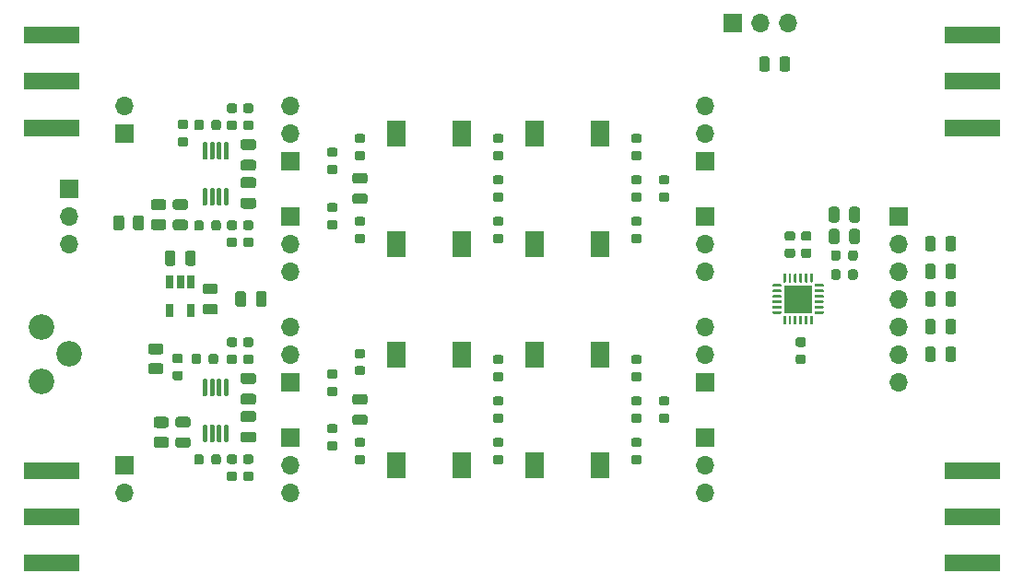
<source format=gbr>
%TF.GenerationSoftware,KiCad,Pcbnew,(5.1.8)-1*%
%TF.CreationDate,2020-12-12T14:46:25+01:00*%
%TF.ProjectId,ltc5599-test-pcb,6c746335-3539-4392-9d74-6573742d7063,rev?*%
%TF.SameCoordinates,Original*%
%TF.FileFunction,Soldermask,Top*%
%TF.FilePolarity,Negative*%
%FSLAX46Y46*%
G04 Gerber Fmt 4.6, Leading zero omitted, Abs format (unit mm)*
G04 Created by KiCad (PCBNEW (5.1.8)-1) date 2020-12-12 14:46:25*
%MOMM*%
%LPD*%
G01*
G04 APERTURE LIST*
%ADD10R,0.650000X1.220000*%
%ADD11C,2.340000*%
%ADD12O,1.700000X1.700000*%
%ADD13R,1.700000X1.700000*%
%ADD14R,1.800000X2.400000*%
%ADD15R,2.600000X2.600000*%
%ADD16R,5.080000X1.500000*%
G04 APERTURE END LIST*
%TO.C,C4*%
G36*
G01*
X114581250Y-95990000D02*
X113668750Y-95990000D01*
G75*
G02*
X113425000Y-95746250I0J243750D01*
G01*
X113425000Y-95258750D01*
G75*
G02*
X113668750Y-95015000I243750J0D01*
G01*
X114581250Y-95015000D01*
G75*
G02*
X114825000Y-95258750I0J-243750D01*
G01*
X114825000Y-95746250D01*
G75*
G02*
X114581250Y-95990000I-243750J0D01*
G01*
G37*
G36*
G01*
X114581250Y-97865000D02*
X113668750Y-97865000D01*
G75*
G02*
X113425000Y-97621250I0J243750D01*
G01*
X113425000Y-97133750D01*
G75*
G02*
X113668750Y-96890000I243750J0D01*
G01*
X114581250Y-96890000D01*
G75*
G02*
X114825000Y-97133750I0J-243750D01*
G01*
X114825000Y-97621250D01*
G75*
G02*
X114581250Y-97865000I-243750J0D01*
G01*
G37*
%TD*%
D10*
%TO.C,U1*%
X112325000Y-94880000D03*
X111375000Y-94880000D03*
X110425000Y-94880000D03*
X110425000Y-97500000D03*
X112325000Y-97500000D03*
%TD*%
D11*
%TO.C,RV101*%
X98665000Y-98980000D03*
X101165000Y-101480000D03*
X98665000Y-103980000D03*
%TD*%
D12*
%TO.C,J103*%
X101205000Y-91360000D03*
X101205000Y-88820000D03*
D13*
X101205000Y-86280000D03*
%TD*%
%TO.C,R101*%
G36*
G01*
X105200000Y-89890001D02*
X105200000Y-88989999D01*
G75*
G02*
X105449999Y-88740000I249999J0D01*
G01*
X105975001Y-88740000D01*
G75*
G02*
X106225000Y-88989999I0J-249999D01*
G01*
X106225000Y-89890001D01*
G75*
G02*
X105975001Y-90140000I-249999J0D01*
G01*
X105449999Y-90140000D01*
G75*
G02*
X105200000Y-89890001I0J249999D01*
G01*
G37*
G36*
G01*
X107025000Y-89890001D02*
X107025000Y-88989999D01*
G75*
G02*
X107274999Y-88740000I249999J0D01*
G01*
X107800001Y-88740000D01*
G75*
G02*
X108050000Y-88989999I0J-249999D01*
G01*
X108050000Y-89890001D01*
G75*
G02*
X107800001Y-90140000I-249999J0D01*
G01*
X107274999Y-90140000D01*
G75*
G02*
X107025000Y-89890001I0J249999D01*
G01*
G37*
%TD*%
%TO.C,C1*%
G36*
G01*
X109950000Y-93146250D02*
X109950000Y-92233750D01*
G75*
G02*
X110193750Y-91990000I243750J0D01*
G01*
X110681250Y-91990000D01*
G75*
G02*
X110925000Y-92233750I0J-243750D01*
G01*
X110925000Y-93146250D01*
G75*
G02*
X110681250Y-93390000I-243750J0D01*
G01*
X110193750Y-93390000D01*
G75*
G02*
X109950000Y-93146250I0J243750D01*
G01*
G37*
G36*
G01*
X111825000Y-93146250D02*
X111825000Y-92233750D01*
G75*
G02*
X112068750Y-91990000I243750J0D01*
G01*
X112556250Y-91990000D01*
G75*
G02*
X112800000Y-92233750I0J-243750D01*
G01*
X112800000Y-93146250D01*
G75*
G02*
X112556250Y-93390000I-243750J0D01*
G01*
X112068750Y-93390000D01*
G75*
G02*
X111825000Y-93146250I0J243750D01*
G01*
G37*
%TD*%
%TO.C,J1*%
X106285000Y-81200000D03*
D12*
X106285000Y-78660000D03*
%TD*%
%TO.C,R6*%
G36*
G01*
X111381250Y-103915000D02*
X110868750Y-103915000D01*
G75*
G02*
X110650000Y-103696250I0J218750D01*
G01*
X110650000Y-103258750D01*
G75*
G02*
X110868750Y-103040000I218750J0D01*
G01*
X111381250Y-103040000D01*
G75*
G02*
X111600000Y-103258750I0J-218750D01*
G01*
X111600000Y-103696250D01*
G75*
G02*
X111381250Y-103915000I-218750J0D01*
G01*
G37*
G36*
G01*
X111381250Y-102340000D02*
X110868750Y-102340000D01*
G75*
G02*
X110650000Y-102121250I0J218750D01*
G01*
X110650000Y-101683750D01*
G75*
G02*
X110868750Y-101465000I218750J0D01*
G01*
X111381250Y-101465000D01*
G75*
G02*
X111600000Y-101683750I0J-218750D01*
G01*
X111600000Y-102121250D01*
G75*
G02*
X111381250Y-102340000I-218750J0D01*
G01*
G37*
%TD*%
%TO.C,C107*%
G36*
G01*
X118100000Y-104240000D02*
X117150000Y-104240000D01*
G75*
G02*
X116900000Y-103990000I0J250000D01*
G01*
X116900000Y-103490000D01*
G75*
G02*
X117150000Y-103240000I250000J0D01*
G01*
X118100000Y-103240000D01*
G75*
G02*
X118350000Y-103490000I0J-250000D01*
G01*
X118350000Y-103990000D01*
G75*
G02*
X118100000Y-104240000I-250000J0D01*
G01*
G37*
G36*
G01*
X118100000Y-106140000D02*
X117150000Y-106140000D01*
G75*
G02*
X116900000Y-105890000I0J250000D01*
G01*
X116900000Y-105390000D01*
G75*
G02*
X117150000Y-105140000I250000J0D01*
G01*
X118100000Y-105140000D01*
G75*
G02*
X118350000Y-105390000I0J-250000D01*
G01*
X118350000Y-105890000D01*
G75*
G02*
X118100000Y-106140000I-250000J0D01*
G01*
G37*
%TD*%
%TO.C,C106*%
G36*
G01*
X118100000Y-82740000D02*
X117150000Y-82740000D01*
G75*
G02*
X116900000Y-82490000I0J250000D01*
G01*
X116900000Y-81990000D01*
G75*
G02*
X117150000Y-81740000I250000J0D01*
G01*
X118100000Y-81740000D01*
G75*
G02*
X118350000Y-81990000I0J-250000D01*
G01*
X118350000Y-82490000D01*
G75*
G02*
X118100000Y-82740000I-250000J0D01*
G01*
G37*
G36*
G01*
X118100000Y-84640000D02*
X117150000Y-84640000D01*
G75*
G02*
X116900000Y-84390000I0J250000D01*
G01*
X116900000Y-83890000D01*
G75*
G02*
X117150000Y-83640000I250000J0D01*
G01*
X118100000Y-83640000D01*
G75*
G02*
X118350000Y-83890000I0J-250000D01*
G01*
X118350000Y-84390000D01*
G75*
G02*
X118100000Y-84640000I-250000J0D01*
G01*
G37*
%TD*%
%TO.C,R104*%
G36*
G01*
X110075001Y-108290000D02*
X109174999Y-108290000D01*
G75*
G02*
X108925000Y-108040001I0J249999D01*
G01*
X108925000Y-107514999D01*
G75*
G02*
X109174999Y-107265000I249999J0D01*
G01*
X110075001Y-107265000D01*
G75*
G02*
X110325000Y-107514999I0J-249999D01*
G01*
X110325000Y-108040001D01*
G75*
G02*
X110075001Y-108290000I-249999J0D01*
G01*
G37*
G36*
G01*
X110075001Y-110115000D02*
X109174999Y-110115000D01*
G75*
G02*
X108925000Y-109865001I0J249999D01*
G01*
X108925000Y-109339999D01*
G75*
G02*
X109174999Y-109090000I249999J0D01*
G01*
X110075001Y-109090000D01*
G75*
G02*
X110325000Y-109339999I0J-249999D01*
G01*
X110325000Y-109865001D01*
G75*
G02*
X110075001Y-110115000I-249999J0D01*
G01*
G37*
%TD*%
%TO.C,R103*%
G36*
G01*
X108674999Y-100515000D02*
X109575001Y-100515000D01*
G75*
G02*
X109825000Y-100764999I0J-249999D01*
G01*
X109825000Y-101290001D01*
G75*
G02*
X109575001Y-101540000I-249999J0D01*
G01*
X108674999Y-101540000D01*
G75*
G02*
X108425000Y-101290001I0J249999D01*
G01*
X108425000Y-100764999D01*
G75*
G02*
X108674999Y-100515000I249999J0D01*
G01*
G37*
G36*
G01*
X108674999Y-102340000D02*
X109575001Y-102340000D01*
G75*
G02*
X109825000Y-102589999I0J-249999D01*
G01*
X109825000Y-103115001D01*
G75*
G02*
X109575001Y-103365000I-249999J0D01*
G01*
X108674999Y-103365000D01*
G75*
G02*
X108425000Y-103115001I0J249999D01*
G01*
X108425000Y-102589999D01*
G75*
G02*
X108674999Y-102340000I249999J0D01*
G01*
G37*
%TD*%
%TO.C,R102*%
G36*
G01*
X109825001Y-88290000D02*
X108924999Y-88290000D01*
G75*
G02*
X108675000Y-88040001I0J249999D01*
G01*
X108675000Y-87514999D01*
G75*
G02*
X108924999Y-87265000I249999J0D01*
G01*
X109825001Y-87265000D01*
G75*
G02*
X110075000Y-87514999I0J-249999D01*
G01*
X110075000Y-88040001D01*
G75*
G02*
X109825001Y-88290000I-249999J0D01*
G01*
G37*
G36*
G01*
X109825001Y-90115000D02*
X108924999Y-90115000D01*
G75*
G02*
X108675000Y-89865001I0J249999D01*
G01*
X108675000Y-89339999D01*
G75*
G02*
X108924999Y-89090000I249999J0D01*
G01*
X109825001Y-89090000D01*
G75*
G02*
X110075000Y-89339999I0J-249999D01*
G01*
X110075000Y-89865001D01*
G75*
G02*
X109825001Y-90115000I-249999J0D01*
G01*
G37*
%TD*%
%TO.C,C103*%
G36*
G01*
X117150000Y-108640000D02*
X118100000Y-108640000D01*
G75*
G02*
X118350000Y-108890000I0J-250000D01*
G01*
X118350000Y-109390000D01*
G75*
G02*
X118100000Y-109640000I-250000J0D01*
G01*
X117150000Y-109640000D01*
G75*
G02*
X116900000Y-109390000I0J250000D01*
G01*
X116900000Y-108890000D01*
G75*
G02*
X117150000Y-108640000I250000J0D01*
G01*
G37*
G36*
G01*
X117150000Y-106740000D02*
X118100000Y-106740000D01*
G75*
G02*
X118350000Y-106990000I0J-250000D01*
G01*
X118350000Y-107490000D01*
G75*
G02*
X118100000Y-107740000I-250000J0D01*
G01*
X117150000Y-107740000D01*
G75*
G02*
X116900000Y-107490000I0J250000D01*
G01*
X116900000Y-106990000D01*
G75*
G02*
X117150000Y-106740000I250000J0D01*
G01*
G37*
%TD*%
%TO.C,C105*%
G36*
G01*
X172825000Y-89165000D02*
X172825000Y-88215000D01*
G75*
G02*
X173075000Y-87965000I250000J0D01*
G01*
X173575000Y-87965000D01*
G75*
G02*
X173825000Y-88215000I0J-250000D01*
G01*
X173825000Y-89165000D01*
G75*
G02*
X173575000Y-89415000I-250000J0D01*
G01*
X173075000Y-89415000D01*
G75*
G02*
X172825000Y-89165000I0J250000D01*
G01*
G37*
G36*
G01*
X170925000Y-89165000D02*
X170925000Y-88215000D01*
G75*
G02*
X171175000Y-87965000I250000J0D01*
G01*
X171675000Y-87965000D01*
G75*
G02*
X171925000Y-88215000I0J-250000D01*
G01*
X171925000Y-89165000D01*
G75*
G02*
X171675000Y-89415000I-250000J0D01*
G01*
X171175000Y-89415000D01*
G75*
G02*
X170925000Y-89165000I0J250000D01*
G01*
G37*
%TD*%
%TO.C,C102*%
G36*
G01*
X117150000Y-87140000D02*
X118100000Y-87140000D01*
G75*
G02*
X118350000Y-87390000I0J-250000D01*
G01*
X118350000Y-87890000D01*
G75*
G02*
X118100000Y-88140000I-250000J0D01*
G01*
X117150000Y-88140000D01*
G75*
G02*
X116900000Y-87890000I0J250000D01*
G01*
X116900000Y-87390000D01*
G75*
G02*
X117150000Y-87140000I250000J0D01*
G01*
G37*
G36*
G01*
X117150000Y-85240000D02*
X118100000Y-85240000D01*
G75*
G02*
X118350000Y-85490000I0J-250000D01*
G01*
X118350000Y-85990000D01*
G75*
G02*
X118100000Y-86240000I-250000J0D01*
G01*
X117150000Y-86240000D01*
G75*
G02*
X116900000Y-85990000I0J250000D01*
G01*
X116900000Y-85490000D01*
G75*
G02*
X117150000Y-85240000I250000J0D01*
G01*
G37*
%TD*%
%TO.C,C101*%
G36*
G01*
X117425000Y-95965000D02*
X117425000Y-96915000D01*
G75*
G02*
X117175000Y-97165000I-250000J0D01*
G01*
X116675000Y-97165000D01*
G75*
G02*
X116425000Y-96915000I0J250000D01*
G01*
X116425000Y-95965000D01*
G75*
G02*
X116675000Y-95715000I250000J0D01*
G01*
X117175000Y-95715000D01*
G75*
G02*
X117425000Y-95965000I0J-250000D01*
G01*
G37*
G36*
G01*
X119325000Y-95965000D02*
X119325000Y-96915000D01*
G75*
G02*
X119075000Y-97165000I-250000J0D01*
G01*
X118575000Y-97165000D01*
G75*
G02*
X118325000Y-96915000I0J250000D01*
G01*
X118325000Y-95965000D01*
G75*
G02*
X118575000Y-95715000I250000J0D01*
G01*
X119075000Y-95715000D01*
G75*
G02*
X119325000Y-95965000I0J-250000D01*
G01*
G37*
%TD*%
%TO.C,J102*%
X167245000Y-71040000D03*
X164705000Y-71040000D03*
D13*
X162165000Y-71040000D03*
%TD*%
D12*
%TO.C,J101*%
X177405000Y-104060000D03*
X177405000Y-101520000D03*
X177405000Y-98980000D03*
X177405000Y-96440000D03*
X177405000Y-93900000D03*
X177405000Y-91360000D03*
D13*
X177405000Y-88820000D03*
%TD*%
%TO.C,J3*%
X106285000Y-111680000D03*
D12*
X106285000Y-114220000D03*
%TD*%
D14*
%TO.C,L3*%
X131225000Y-111680000D03*
X137225000Y-111680000D03*
%TD*%
%TO.C,L4*%
X131225000Y-101520000D03*
X137225000Y-101520000D03*
%TD*%
%TO.C,L1*%
X131225000Y-91360000D03*
X137225000Y-91360000D03*
%TD*%
%TO.C,L2*%
X131225000Y-81200000D03*
X137225000Y-81200000D03*
%TD*%
%TO.C,L8*%
X143925000Y-101520000D03*
X149925000Y-101520000D03*
%TD*%
%TO.C,L6*%
X143925000Y-81200000D03*
X149925000Y-81200000D03*
%TD*%
%TO.C,L7*%
X143925000Y-111680000D03*
X149925000Y-111680000D03*
%TD*%
%TO.C,L5*%
X143925000Y-91360000D03*
X149925000Y-91360000D03*
%TD*%
%TO.C,R10*%
G36*
G01*
X114850000Y-101683750D02*
X114850000Y-102196250D01*
G75*
G02*
X114631250Y-102415000I-218750J0D01*
G01*
X114193750Y-102415000D01*
G75*
G02*
X113975000Y-102196250I0J218750D01*
G01*
X113975000Y-101683750D01*
G75*
G02*
X114193750Y-101465000I218750J0D01*
G01*
X114631250Y-101465000D01*
G75*
G02*
X114850000Y-101683750I0J-218750D01*
G01*
G37*
G36*
G01*
X113275000Y-101683750D02*
X113275000Y-102196250D01*
G75*
G02*
X113056250Y-102415000I-218750J0D01*
G01*
X112618750Y-102415000D01*
G75*
G02*
X112400000Y-102196250I0J218750D01*
G01*
X112400000Y-101683750D01*
G75*
G02*
X112618750Y-101465000I218750J0D01*
G01*
X113056250Y-101465000D01*
G75*
G02*
X113275000Y-101683750I0J-218750D01*
G01*
G37*
%TD*%
%TO.C,R18*%
G36*
G01*
X125591250Y-103790000D02*
X125078750Y-103790000D01*
G75*
G02*
X124860000Y-103571250I0J218750D01*
G01*
X124860000Y-103133750D01*
G75*
G02*
X125078750Y-102915000I218750J0D01*
G01*
X125591250Y-102915000D01*
G75*
G02*
X125810000Y-103133750I0J-218750D01*
G01*
X125810000Y-103571250D01*
G75*
G02*
X125591250Y-103790000I-218750J0D01*
G01*
G37*
G36*
G01*
X125591250Y-105365000D02*
X125078750Y-105365000D01*
G75*
G02*
X124860000Y-105146250I0J218750D01*
G01*
X124860000Y-104708750D01*
G75*
G02*
X125078750Y-104490000I218750J0D01*
G01*
X125591250Y-104490000D01*
G75*
G02*
X125810000Y-104708750I0J-218750D01*
G01*
X125810000Y-105146250D01*
G75*
G02*
X125591250Y-105365000I-218750J0D01*
G01*
G37*
%TD*%
%TO.C,C10*%
G36*
G01*
X128331250Y-85830000D02*
X127418750Y-85830000D01*
G75*
G02*
X127175000Y-85586250I0J243750D01*
G01*
X127175000Y-85098750D01*
G75*
G02*
X127418750Y-84855000I243750J0D01*
G01*
X128331250Y-84855000D01*
G75*
G02*
X128575000Y-85098750I0J-243750D01*
G01*
X128575000Y-85586250D01*
G75*
G02*
X128331250Y-85830000I-243750J0D01*
G01*
G37*
G36*
G01*
X128331250Y-87705000D02*
X127418750Y-87705000D01*
G75*
G02*
X127175000Y-87461250I0J243750D01*
G01*
X127175000Y-86973750D01*
G75*
G02*
X127418750Y-86730000I243750J0D01*
G01*
X128331250Y-86730000D01*
G75*
G02*
X128575000Y-86973750I0J-243750D01*
G01*
X128575000Y-87461250D01*
G75*
G02*
X128331250Y-87705000I-243750J0D01*
G01*
G37*
%TD*%
%TO.C,U4*%
G36*
G01*
X169312500Y-94090000D02*
X169437500Y-94090000D01*
G75*
G02*
X169500000Y-94152500I0J-62500D01*
G01*
X169500000Y-94852500D01*
G75*
G02*
X169437500Y-94915000I-62500J0D01*
G01*
X169312500Y-94915000D01*
G75*
G02*
X169250000Y-94852500I0J62500D01*
G01*
X169250000Y-94152500D01*
G75*
G02*
X169312500Y-94090000I62500J0D01*
G01*
G37*
G36*
G01*
X168812500Y-94090000D02*
X168937500Y-94090000D01*
G75*
G02*
X169000000Y-94152500I0J-62500D01*
G01*
X169000000Y-94852500D01*
G75*
G02*
X168937500Y-94915000I-62500J0D01*
G01*
X168812500Y-94915000D01*
G75*
G02*
X168750000Y-94852500I0J62500D01*
G01*
X168750000Y-94152500D01*
G75*
G02*
X168812500Y-94090000I62500J0D01*
G01*
G37*
G36*
G01*
X168312500Y-94090000D02*
X168437500Y-94090000D01*
G75*
G02*
X168500000Y-94152500I0J-62500D01*
G01*
X168500000Y-94852500D01*
G75*
G02*
X168437500Y-94915000I-62500J0D01*
G01*
X168312500Y-94915000D01*
G75*
G02*
X168250000Y-94852500I0J62500D01*
G01*
X168250000Y-94152500D01*
G75*
G02*
X168312500Y-94090000I62500J0D01*
G01*
G37*
G36*
G01*
X167812500Y-94090000D02*
X167937500Y-94090000D01*
G75*
G02*
X168000000Y-94152500I0J-62500D01*
G01*
X168000000Y-94852500D01*
G75*
G02*
X167937500Y-94915000I-62500J0D01*
G01*
X167812500Y-94915000D01*
G75*
G02*
X167750000Y-94852500I0J62500D01*
G01*
X167750000Y-94152500D01*
G75*
G02*
X167812500Y-94090000I62500J0D01*
G01*
G37*
G36*
G01*
X167312500Y-94090000D02*
X167437500Y-94090000D01*
G75*
G02*
X167500000Y-94152500I0J-62500D01*
G01*
X167500000Y-94852500D01*
G75*
G02*
X167437500Y-94915000I-62500J0D01*
G01*
X167312500Y-94915000D01*
G75*
G02*
X167250000Y-94852500I0J62500D01*
G01*
X167250000Y-94152500D01*
G75*
G02*
X167312500Y-94090000I62500J0D01*
G01*
G37*
G36*
G01*
X166812500Y-94090000D02*
X166937500Y-94090000D01*
G75*
G02*
X167000000Y-94152500I0J-62500D01*
G01*
X167000000Y-94852500D01*
G75*
G02*
X166937500Y-94915000I-62500J0D01*
G01*
X166812500Y-94915000D01*
G75*
G02*
X166750000Y-94852500I0J62500D01*
G01*
X166750000Y-94152500D01*
G75*
G02*
X166812500Y-94090000I62500J0D01*
G01*
G37*
G36*
G01*
X165837500Y-95065000D02*
X166537500Y-95065000D01*
G75*
G02*
X166600000Y-95127500I0J-62500D01*
G01*
X166600000Y-95252500D01*
G75*
G02*
X166537500Y-95315000I-62500J0D01*
G01*
X165837500Y-95315000D01*
G75*
G02*
X165775000Y-95252500I0J62500D01*
G01*
X165775000Y-95127500D01*
G75*
G02*
X165837500Y-95065000I62500J0D01*
G01*
G37*
G36*
G01*
X165837500Y-95565000D02*
X166537500Y-95565000D01*
G75*
G02*
X166600000Y-95627500I0J-62500D01*
G01*
X166600000Y-95752500D01*
G75*
G02*
X166537500Y-95815000I-62500J0D01*
G01*
X165837500Y-95815000D01*
G75*
G02*
X165775000Y-95752500I0J62500D01*
G01*
X165775000Y-95627500D01*
G75*
G02*
X165837500Y-95565000I62500J0D01*
G01*
G37*
G36*
G01*
X165837500Y-96065000D02*
X166537500Y-96065000D01*
G75*
G02*
X166600000Y-96127500I0J-62500D01*
G01*
X166600000Y-96252500D01*
G75*
G02*
X166537500Y-96315000I-62500J0D01*
G01*
X165837500Y-96315000D01*
G75*
G02*
X165775000Y-96252500I0J62500D01*
G01*
X165775000Y-96127500D01*
G75*
G02*
X165837500Y-96065000I62500J0D01*
G01*
G37*
G36*
G01*
X165837500Y-96565000D02*
X166537500Y-96565000D01*
G75*
G02*
X166600000Y-96627500I0J-62500D01*
G01*
X166600000Y-96752500D01*
G75*
G02*
X166537500Y-96815000I-62500J0D01*
G01*
X165837500Y-96815000D01*
G75*
G02*
X165775000Y-96752500I0J62500D01*
G01*
X165775000Y-96627500D01*
G75*
G02*
X165837500Y-96565000I62500J0D01*
G01*
G37*
G36*
G01*
X165837500Y-97065000D02*
X166537500Y-97065000D01*
G75*
G02*
X166600000Y-97127500I0J-62500D01*
G01*
X166600000Y-97252500D01*
G75*
G02*
X166537500Y-97315000I-62500J0D01*
G01*
X165837500Y-97315000D01*
G75*
G02*
X165775000Y-97252500I0J62500D01*
G01*
X165775000Y-97127500D01*
G75*
G02*
X165837500Y-97065000I62500J0D01*
G01*
G37*
G36*
G01*
X165837500Y-97565000D02*
X166537500Y-97565000D01*
G75*
G02*
X166600000Y-97627500I0J-62500D01*
G01*
X166600000Y-97752500D01*
G75*
G02*
X166537500Y-97815000I-62500J0D01*
G01*
X165837500Y-97815000D01*
G75*
G02*
X165775000Y-97752500I0J62500D01*
G01*
X165775000Y-97627500D01*
G75*
G02*
X165837500Y-97565000I62500J0D01*
G01*
G37*
G36*
G01*
X166812500Y-97965000D02*
X166937500Y-97965000D01*
G75*
G02*
X167000000Y-98027500I0J-62500D01*
G01*
X167000000Y-98727500D01*
G75*
G02*
X166937500Y-98790000I-62500J0D01*
G01*
X166812500Y-98790000D01*
G75*
G02*
X166750000Y-98727500I0J62500D01*
G01*
X166750000Y-98027500D01*
G75*
G02*
X166812500Y-97965000I62500J0D01*
G01*
G37*
G36*
G01*
X167312500Y-97965000D02*
X167437500Y-97965000D01*
G75*
G02*
X167500000Y-98027500I0J-62500D01*
G01*
X167500000Y-98727500D01*
G75*
G02*
X167437500Y-98790000I-62500J0D01*
G01*
X167312500Y-98790000D01*
G75*
G02*
X167250000Y-98727500I0J62500D01*
G01*
X167250000Y-98027500D01*
G75*
G02*
X167312500Y-97965000I62500J0D01*
G01*
G37*
G36*
G01*
X167812500Y-97965000D02*
X167937500Y-97965000D01*
G75*
G02*
X168000000Y-98027500I0J-62500D01*
G01*
X168000000Y-98727500D01*
G75*
G02*
X167937500Y-98790000I-62500J0D01*
G01*
X167812500Y-98790000D01*
G75*
G02*
X167750000Y-98727500I0J62500D01*
G01*
X167750000Y-98027500D01*
G75*
G02*
X167812500Y-97965000I62500J0D01*
G01*
G37*
G36*
G01*
X168312500Y-97965000D02*
X168437500Y-97965000D01*
G75*
G02*
X168500000Y-98027500I0J-62500D01*
G01*
X168500000Y-98727500D01*
G75*
G02*
X168437500Y-98790000I-62500J0D01*
G01*
X168312500Y-98790000D01*
G75*
G02*
X168250000Y-98727500I0J62500D01*
G01*
X168250000Y-98027500D01*
G75*
G02*
X168312500Y-97965000I62500J0D01*
G01*
G37*
G36*
G01*
X168812500Y-97965000D02*
X168937500Y-97965000D01*
G75*
G02*
X169000000Y-98027500I0J-62500D01*
G01*
X169000000Y-98727500D01*
G75*
G02*
X168937500Y-98790000I-62500J0D01*
G01*
X168812500Y-98790000D01*
G75*
G02*
X168750000Y-98727500I0J62500D01*
G01*
X168750000Y-98027500D01*
G75*
G02*
X168812500Y-97965000I62500J0D01*
G01*
G37*
G36*
G01*
X169312500Y-97965000D02*
X169437500Y-97965000D01*
G75*
G02*
X169500000Y-98027500I0J-62500D01*
G01*
X169500000Y-98727500D01*
G75*
G02*
X169437500Y-98790000I-62500J0D01*
G01*
X169312500Y-98790000D01*
G75*
G02*
X169250000Y-98727500I0J62500D01*
G01*
X169250000Y-98027500D01*
G75*
G02*
X169312500Y-97965000I62500J0D01*
G01*
G37*
G36*
G01*
X169712500Y-97565000D02*
X170412500Y-97565000D01*
G75*
G02*
X170475000Y-97627500I0J-62500D01*
G01*
X170475000Y-97752500D01*
G75*
G02*
X170412500Y-97815000I-62500J0D01*
G01*
X169712500Y-97815000D01*
G75*
G02*
X169650000Y-97752500I0J62500D01*
G01*
X169650000Y-97627500D01*
G75*
G02*
X169712500Y-97565000I62500J0D01*
G01*
G37*
G36*
G01*
X169712500Y-97065000D02*
X170412500Y-97065000D01*
G75*
G02*
X170475000Y-97127500I0J-62500D01*
G01*
X170475000Y-97252500D01*
G75*
G02*
X170412500Y-97315000I-62500J0D01*
G01*
X169712500Y-97315000D01*
G75*
G02*
X169650000Y-97252500I0J62500D01*
G01*
X169650000Y-97127500D01*
G75*
G02*
X169712500Y-97065000I62500J0D01*
G01*
G37*
G36*
G01*
X169712500Y-96565000D02*
X170412500Y-96565000D01*
G75*
G02*
X170475000Y-96627500I0J-62500D01*
G01*
X170475000Y-96752500D01*
G75*
G02*
X170412500Y-96815000I-62500J0D01*
G01*
X169712500Y-96815000D01*
G75*
G02*
X169650000Y-96752500I0J62500D01*
G01*
X169650000Y-96627500D01*
G75*
G02*
X169712500Y-96565000I62500J0D01*
G01*
G37*
G36*
G01*
X169712500Y-96065000D02*
X170412500Y-96065000D01*
G75*
G02*
X170475000Y-96127500I0J-62500D01*
G01*
X170475000Y-96252500D01*
G75*
G02*
X170412500Y-96315000I-62500J0D01*
G01*
X169712500Y-96315000D01*
G75*
G02*
X169650000Y-96252500I0J62500D01*
G01*
X169650000Y-96127500D01*
G75*
G02*
X169712500Y-96065000I62500J0D01*
G01*
G37*
G36*
G01*
X169712500Y-95565000D02*
X170412500Y-95565000D01*
G75*
G02*
X170475000Y-95627500I0J-62500D01*
G01*
X170475000Y-95752500D01*
G75*
G02*
X170412500Y-95815000I-62500J0D01*
G01*
X169712500Y-95815000D01*
G75*
G02*
X169650000Y-95752500I0J62500D01*
G01*
X169650000Y-95627500D01*
G75*
G02*
X169712500Y-95565000I62500J0D01*
G01*
G37*
G36*
G01*
X169712500Y-95065000D02*
X170412500Y-95065000D01*
G75*
G02*
X170475000Y-95127500I0J-62500D01*
G01*
X170475000Y-95252500D01*
G75*
G02*
X170412500Y-95315000I-62500J0D01*
G01*
X169712500Y-95315000D01*
G75*
G02*
X169650000Y-95252500I0J62500D01*
G01*
X169650000Y-95127500D01*
G75*
G02*
X169712500Y-95065000I62500J0D01*
G01*
G37*
D15*
X168125000Y-96440000D03*
%TD*%
%TO.C,U3*%
G36*
G01*
X115500000Y-107990000D02*
X115700000Y-107990000D01*
G75*
G02*
X115800000Y-108090000I0J-100000D01*
G01*
X115800000Y-109515000D01*
G75*
G02*
X115700000Y-109615000I-100000J0D01*
G01*
X115500000Y-109615000D01*
G75*
G02*
X115400000Y-109515000I0J100000D01*
G01*
X115400000Y-108090000D01*
G75*
G02*
X115500000Y-107990000I100000J0D01*
G01*
G37*
G36*
G01*
X114850000Y-107990000D02*
X115050000Y-107990000D01*
G75*
G02*
X115150000Y-108090000I0J-100000D01*
G01*
X115150000Y-109515000D01*
G75*
G02*
X115050000Y-109615000I-100000J0D01*
G01*
X114850000Y-109615000D01*
G75*
G02*
X114750000Y-109515000I0J100000D01*
G01*
X114750000Y-108090000D01*
G75*
G02*
X114850000Y-107990000I100000J0D01*
G01*
G37*
G36*
G01*
X114200000Y-107990000D02*
X114400000Y-107990000D01*
G75*
G02*
X114500000Y-108090000I0J-100000D01*
G01*
X114500000Y-109515000D01*
G75*
G02*
X114400000Y-109615000I-100000J0D01*
G01*
X114200000Y-109615000D01*
G75*
G02*
X114100000Y-109515000I0J100000D01*
G01*
X114100000Y-108090000D01*
G75*
G02*
X114200000Y-107990000I100000J0D01*
G01*
G37*
G36*
G01*
X113550000Y-107990000D02*
X113750000Y-107990000D01*
G75*
G02*
X113850000Y-108090000I0J-100000D01*
G01*
X113850000Y-109515000D01*
G75*
G02*
X113750000Y-109615000I-100000J0D01*
G01*
X113550000Y-109615000D01*
G75*
G02*
X113450000Y-109515000I0J100000D01*
G01*
X113450000Y-108090000D01*
G75*
G02*
X113550000Y-107990000I100000J0D01*
G01*
G37*
G36*
G01*
X113550000Y-103765000D02*
X113750000Y-103765000D01*
G75*
G02*
X113850000Y-103865000I0J-100000D01*
G01*
X113850000Y-105290000D01*
G75*
G02*
X113750000Y-105390000I-100000J0D01*
G01*
X113550000Y-105390000D01*
G75*
G02*
X113450000Y-105290000I0J100000D01*
G01*
X113450000Y-103865000D01*
G75*
G02*
X113550000Y-103765000I100000J0D01*
G01*
G37*
G36*
G01*
X114200000Y-103765000D02*
X114400000Y-103765000D01*
G75*
G02*
X114500000Y-103865000I0J-100000D01*
G01*
X114500000Y-105290000D01*
G75*
G02*
X114400000Y-105390000I-100000J0D01*
G01*
X114200000Y-105390000D01*
G75*
G02*
X114100000Y-105290000I0J100000D01*
G01*
X114100000Y-103865000D01*
G75*
G02*
X114200000Y-103765000I100000J0D01*
G01*
G37*
G36*
G01*
X114850000Y-103765000D02*
X115050000Y-103765000D01*
G75*
G02*
X115150000Y-103865000I0J-100000D01*
G01*
X115150000Y-105290000D01*
G75*
G02*
X115050000Y-105390000I-100000J0D01*
G01*
X114850000Y-105390000D01*
G75*
G02*
X114750000Y-105290000I0J100000D01*
G01*
X114750000Y-103865000D01*
G75*
G02*
X114850000Y-103765000I100000J0D01*
G01*
G37*
G36*
G01*
X115500000Y-103765000D02*
X115700000Y-103765000D01*
G75*
G02*
X115800000Y-103865000I0J-100000D01*
G01*
X115800000Y-105290000D01*
G75*
G02*
X115700000Y-105390000I-100000J0D01*
G01*
X115500000Y-105390000D01*
G75*
G02*
X115400000Y-105290000I0J100000D01*
G01*
X115400000Y-103865000D01*
G75*
G02*
X115500000Y-103765000I100000J0D01*
G01*
G37*
%TD*%
%TO.C,U2*%
G36*
G01*
X115500000Y-86240000D02*
X115700000Y-86240000D01*
G75*
G02*
X115800000Y-86340000I0J-100000D01*
G01*
X115800000Y-87765000D01*
G75*
G02*
X115700000Y-87865000I-100000J0D01*
G01*
X115500000Y-87865000D01*
G75*
G02*
X115400000Y-87765000I0J100000D01*
G01*
X115400000Y-86340000D01*
G75*
G02*
X115500000Y-86240000I100000J0D01*
G01*
G37*
G36*
G01*
X114850000Y-86240000D02*
X115050000Y-86240000D01*
G75*
G02*
X115150000Y-86340000I0J-100000D01*
G01*
X115150000Y-87765000D01*
G75*
G02*
X115050000Y-87865000I-100000J0D01*
G01*
X114850000Y-87865000D01*
G75*
G02*
X114750000Y-87765000I0J100000D01*
G01*
X114750000Y-86340000D01*
G75*
G02*
X114850000Y-86240000I100000J0D01*
G01*
G37*
G36*
G01*
X114200000Y-86240000D02*
X114400000Y-86240000D01*
G75*
G02*
X114500000Y-86340000I0J-100000D01*
G01*
X114500000Y-87765000D01*
G75*
G02*
X114400000Y-87865000I-100000J0D01*
G01*
X114200000Y-87865000D01*
G75*
G02*
X114100000Y-87765000I0J100000D01*
G01*
X114100000Y-86340000D01*
G75*
G02*
X114200000Y-86240000I100000J0D01*
G01*
G37*
G36*
G01*
X113550000Y-86240000D02*
X113750000Y-86240000D01*
G75*
G02*
X113850000Y-86340000I0J-100000D01*
G01*
X113850000Y-87765000D01*
G75*
G02*
X113750000Y-87865000I-100000J0D01*
G01*
X113550000Y-87865000D01*
G75*
G02*
X113450000Y-87765000I0J100000D01*
G01*
X113450000Y-86340000D01*
G75*
G02*
X113550000Y-86240000I100000J0D01*
G01*
G37*
G36*
G01*
X113550000Y-82015000D02*
X113750000Y-82015000D01*
G75*
G02*
X113850000Y-82115000I0J-100000D01*
G01*
X113850000Y-83540000D01*
G75*
G02*
X113750000Y-83640000I-100000J0D01*
G01*
X113550000Y-83640000D01*
G75*
G02*
X113450000Y-83540000I0J100000D01*
G01*
X113450000Y-82115000D01*
G75*
G02*
X113550000Y-82015000I100000J0D01*
G01*
G37*
G36*
G01*
X114200000Y-82015000D02*
X114400000Y-82015000D01*
G75*
G02*
X114500000Y-82115000I0J-100000D01*
G01*
X114500000Y-83540000D01*
G75*
G02*
X114400000Y-83640000I-100000J0D01*
G01*
X114200000Y-83640000D01*
G75*
G02*
X114100000Y-83540000I0J100000D01*
G01*
X114100000Y-82115000D01*
G75*
G02*
X114200000Y-82015000I100000J0D01*
G01*
G37*
G36*
G01*
X114850000Y-82015000D02*
X115050000Y-82015000D01*
G75*
G02*
X115150000Y-82115000I0J-100000D01*
G01*
X115150000Y-83540000D01*
G75*
G02*
X115050000Y-83640000I-100000J0D01*
G01*
X114850000Y-83640000D01*
G75*
G02*
X114750000Y-83540000I0J100000D01*
G01*
X114750000Y-82115000D01*
G75*
G02*
X114850000Y-82015000I100000J0D01*
G01*
G37*
G36*
G01*
X115500000Y-82015000D02*
X115700000Y-82015000D01*
G75*
G02*
X115800000Y-82115000I0J-100000D01*
G01*
X115800000Y-83540000D01*
G75*
G02*
X115700000Y-83640000I-100000J0D01*
G01*
X115500000Y-83640000D01*
G75*
G02*
X115400000Y-83540000I0J100000D01*
G01*
X115400000Y-82115000D01*
G75*
G02*
X115500000Y-82015000I100000J0D01*
G01*
G37*
%TD*%
%TO.C,R26*%
G36*
G01*
X164550000Y-75306250D02*
X164550000Y-74393750D01*
G75*
G02*
X164793750Y-74150000I243750J0D01*
G01*
X165281250Y-74150000D01*
G75*
G02*
X165525000Y-74393750I0J-243750D01*
G01*
X165525000Y-75306250D01*
G75*
G02*
X165281250Y-75550000I-243750J0D01*
G01*
X164793750Y-75550000D01*
G75*
G02*
X164550000Y-75306250I0J243750D01*
G01*
G37*
G36*
G01*
X166425000Y-75306250D02*
X166425000Y-74393750D01*
G75*
G02*
X166668750Y-74150000I243750J0D01*
G01*
X167156250Y-74150000D01*
G75*
G02*
X167400000Y-74393750I0J-243750D01*
G01*
X167400000Y-75306250D01*
G75*
G02*
X167156250Y-75550000I-243750J0D01*
G01*
X166668750Y-75550000D01*
G75*
G02*
X166425000Y-75306250I0J243750D01*
G01*
G37*
%TD*%
%TO.C,R25*%
G36*
G01*
X180765000Y-101063750D02*
X180765000Y-101976250D01*
G75*
G02*
X180521250Y-102220000I-243750J0D01*
G01*
X180033750Y-102220000D01*
G75*
G02*
X179790000Y-101976250I0J243750D01*
G01*
X179790000Y-101063750D01*
G75*
G02*
X180033750Y-100820000I243750J0D01*
G01*
X180521250Y-100820000D01*
G75*
G02*
X180765000Y-101063750I0J-243750D01*
G01*
G37*
G36*
G01*
X182640000Y-101063750D02*
X182640000Y-101976250D01*
G75*
G02*
X182396250Y-102220000I-243750J0D01*
G01*
X181908750Y-102220000D01*
G75*
G02*
X181665000Y-101976250I0J243750D01*
G01*
X181665000Y-101063750D01*
G75*
G02*
X181908750Y-100820000I243750J0D01*
G01*
X182396250Y-100820000D01*
G75*
G02*
X182640000Y-101063750I0J-243750D01*
G01*
G37*
%TD*%
%TO.C,R24*%
G36*
G01*
X181665000Y-99436250D02*
X181665000Y-98523750D01*
G75*
G02*
X181908750Y-98280000I243750J0D01*
G01*
X182396250Y-98280000D01*
G75*
G02*
X182640000Y-98523750I0J-243750D01*
G01*
X182640000Y-99436250D01*
G75*
G02*
X182396250Y-99680000I-243750J0D01*
G01*
X181908750Y-99680000D01*
G75*
G02*
X181665000Y-99436250I0J243750D01*
G01*
G37*
G36*
G01*
X179790000Y-99436250D02*
X179790000Y-98523750D01*
G75*
G02*
X180033750Y-98280000I243750J0D01*
G01*
X180521250Y-98280000D01*
G75*
G02*
X180765000Y-98523750I0J-243750D01*
G01*
X180765000Y-99436250D01*
G75*
G02*
X180521250Y-99680000I-243750J0D01*
G01*
X180033750Y-99680000D01*
G75*
G02*
X179790000Y-99436250I0J243750D01*
G01*
G37*
%TD*%
%TO.C,R23*%
G36*
G01*
X180765000Y-93443750D02*
X180765000Y-94356250D01*
G75*
G02*
X180521250Y-94600000I-243750J0D01*
G01*
X180033750Y-94600000D01*
G75*
G02*
X179790000Y-94356250I0J243750D01*
G01*
X179790000Y-93443750D01*
G75*
G02*
X180033750Y-93200000I243750J0D01*
G01*
X180521250Y-93200000D01*
G75*
G02*
X180765000Y-93443750I0J-243750D01*
G01*
G37*
G36*
G01*
X182640000Y-93443750D02*
X182640000Y-94356250D01*
G75*
G02*
X182396250Y-94600000I-243750J0D01*
G01*
X181908750Y-94600000D01*
G75*
G02*
X181665000Y-94356250I0J243750D01*
G01*
X181665000Y-93443750D01*
G75*
G02*
X181908750Y-93200000I243750J0D01*
G01*
X182396250Y-93200000D01*
G75*
G02*
X182640000Y-93443750I0J-243750D01*
G01*
G37*
%TD*%
%TO.C,R22*%
G36*
G01*
X181665000Y-96896250D02*
X181665000Y-95983750D01*
G75*
G02*
X181908750Y-95740000I243750J0D01*
G01*
X182396250Y-95740000D01*
G75*
G02*
X182640000Y-95983750I0J-243750D01*
G01*
X182640000Y-96896250D01*
G75*
G02*
X182396250Y-97140000I-243750J0D01*
G01*
X181908750Y-97140000D01*
G75*
G02*
X181665000Y-96896250I0J243750D01*
G01*
G37*
G36*
G01*
X179790000Y-96896250D02*
X179790000Y-95983750D01*
G75*
G02*
X180033750Y-95740000I243750J0D01*
G01*
X180521250Y-95740000D01*
G75*
G02*
X180765000Y-95983750I0J-243750D01*
G01*
X180765000Y-96896250D01*
G75*
G02*
X180521250Y-97140000I-243750J0D01*
G01*
X180033750Y-97140000D01*
G75*
G02*
X179790000Y-96896250I0J243750D01*
G01*
G37*
%TD*%
%TO.C,R21*%
G36*
G01*
X180765000Y-90903750D02*
X180765000Y-91816250D01*
G75*
G02*
X180521250Y-92060000I-243750J0D01*
G01*
X180033750Y-92060000D01*
G75*
G02*
X179790000Y-91816250I0J243750D01*
G01*
X179790000Y-90903750D01*
G75*
G02*
X180033750Y-90660000I243750J0D01*
G01*
X180521250Y-90660000D01*
G75*
G02*
X180765000Y-90903750I0J-243750D01*
G01*
G37*
G36*
G01*
X182640000Y-90903750D02*
X182640000Y-91816250D01*
G75*
G02*
X182396250Y-92060000I-243750J0D01*
G01*
X181908750Y-92060000D01*
G75*
G02*
X181665000Y-91816250I0J243750D01*
G01*
X181665000Y-90903750D01*
G75*
G02*
X181908750Y-90660000I243750J0D01*
G01*
X182396250Y-90660000D01*
G75*
G02*
X182640000Y-90903750I0J-243750D01*
G01*
G37*
%TD*%
%TO.C,R20*%
G36*
G01*
X156071250Y-106250000D02*
X155558750Y-106250000D01*
G75*
G02*
X155340000Y-106031250I0J218750D01*
G01*
X155340000Y-105593750D01*
G75*
G02*
X155558750Y-105375000I218750J0D01*
G01*
X156071250Y-105375000D01*
G75*
G02*
X156290000Y-105593750I0J-218750D01*
G01*
X156290000Y-106031250D01*
G75*
G02*
X156071250Y-106250000I-218750J0D01*
G01*
G37*
G36*
G01*
X156071250Y-107825000D02*
X155558750Y-107825000D01*
G75*
G02*
X155340000Y-107606250I0J218750D01*
G01*
X155340000Y-107168750D01*
G75*
G02*
X155558750Y-106950000I218750J0D01*
G01*
X156071250Y-106950000D01*
G75*
G02*
X156290000Y-107168750I0J-218750D01*
G01*
X156290000Y-107606250D01*
G75*
G02*
X156071250Y-107825000I-218750J0D01*
G01*
G37*
%TD*%
%TO.C,R19*%
G36*
G01*
X156071250Y-85930000D02*
X155558750Y-85930000D01*
G75*
G02*
X155340000Y-85711250I0J218750D01*
G01*
X155340000Y-85273750D01*
G75*
G02*
X155558750Y-85055000I218750J0D01*
G01*
X156071250Y-85055000D01*
G75*
G02*
X156290000Y-85273750I0J-218750D01*
G01*
X156290000Y-85711250D01*
G75*
G02*
X156071250Y-85930000I-218750J0D01*
G01*
G37*
G36*
G01*
X156071250Y-87505000D02*
X155558750Y-87505000D01*
G75*
G02*
X155340000Y-87286250I0J218750D01*
G01*
X155340000Y-86848750D01*
G75*
G02*
X155558750Y-86630000I218750J0D01*
G01*
X156071250Y-86630000D01*
G75*
G02*
X156290000Y-86848750I0J-218750D01*
G01*
X156290000Y-87286250D01*
G75*
G02*
X156071250Y-87505000I-218750J0D01*
G01*
G37*
%TD*%
%TO.C,R17*%
G36*
G01*
X125078750Y-109490000D02*
X125591250Y-109490000D01*
G75*
G02*
X125810000Y-109708750I0J-218750D01*
G01*
X125810000Y-110146250D01*
G75*
G02*
X125591250Y-110365000I-218750J0D01*
G01*
X125078750Y-110365000D01*
G75*
G02*
X124860000Y-110146250I0J218750D01*
G01*
X124860000Y-109708750D01*
G75*
G02*
X125078750Y-109490000I218750J0D01*
G01*
G37*
G36*
G01*
X125078750Y-107915000D02*
X125591250Y-107915000D01*
G75*
G02*
X125810000Y-108133750I0J-218750D01*
G01*
X125810000Y-108571250D01*
G75*
G02*
X125591250Y-108790000I-218750J0D01*
G01*
X125078750Y-108790000D01*
G75*
G02*
X124860000Y-108571250I0J218750D01*
G01*
X124860000Y-108133750D01*
G75*
G02*
X125078750Y-107915000I218750J0D01*
G01*
G37*
%TD*%
%TO.C,R16*%
G36*
G01*
X125591250Y-83390000D02*
X125078750Y-83390000D01*
G75*
G02*
X124860000Y-83171250I0J218750D01*
G01*
X124860000Y-82733750D01*
G75*
G02*
X125078750Y-82515000I218750J0D01*
G01*
X125591250Y-82515000D01*
G75*
G02*
X125810000Y-82733750I0J-218750D01*
G01*
X125810000Y-83171250D01*
G75*
G02*
X125591250Y-83390000I-218750J0D01*
G01*
G37*
G36*
G01*
X125591250Y-84965000D02*
X125078750Y-84965000D01*
G75*
G02*
X124860000Y-84746250I0J218750D01*
G01*
X124860000Y-84308750D01*
G75*
G02*
X125078750Y-84090000I218750J0D01*
G01*
X125591250Y-84090000D01*
G75*
G02*
X125810000Y-84308750I0J-218750D01*
G01*
X125810000Y-84746250D01*
G75*
G02*
X125591250Y-84965000I-218750J0D01*
G01*
G37*
%TD*%
%TO.C,R15*%
G36*
G01*
X125078750Y-89170000D02*
X125591250Y-89170000D01*
G75*
G02*
X125810000Y-89388750I0J-218750D01*
G01*
X125810000Y-89826250D01*
G75*
G02*
X125591250Y-90045000I-218750J0D01*
G01*
X125078750Y-90045000D01*
G75*
G02*
X124860000Y-89826250I0J218750D01*
G01*
X124860000Y-89388750D01*
G75*
G02*
X125078750Y-89170000I218750J0D01*
G01*
G37*
G36*
G01*
X125078750Y-87595000D02*
X125591250Y-87595000D01*
G75*
G02*
X125810000Y-87813750I0J-218750D01*
G01*
X125810000Y-88251250D01*
G75*
G02*
X125591250Y-88470000I-218750J0D01*
G01*
X125078750Y-88470000D01*
G75*
G02*
X124860000Y-88251250I0J218750D01*
G01*
X124860000Y-87813750D01*
G75*
G02*
X125078750Y-87595000I218750J0D01*
G01*
G37*
%TD*%
%TO.C,R14*%
G36*
G01*
X115868750Y-101540000D02*
X116381250Y-101540000D01*
G75*
G02*
X116600000Y-101758750I0J-218750D01*
G01*
X116600000Y-102196250D01*
G75*
G02*
X116381250Y-102415000I-218750J0D01*
G01*
X115868750Y-102415000D01*
G75*
G02*
X115650000Y-102196250I0J218750D01*
G01*
X115650000Y-101758750D01*
G75*
G02*
X115868750Y-101540000I218750J0D01*
G01*
G37*
G36*
G01*
X115868750Y-99965000D02*
X116381250Y-99965000D01*
G75*
G02*
X116600000Y-100183750I0J-218750D01*
G01*
X116600000Y-100621250D01*
G75*
G02*
X116381250Y-100840000I-218750J0D01*
G01*
X115868750Y-100840000D01*
G75*
G02*
X115650000Y-100621250I0J218750D01*
G01*
X115650000Y-100183750D01*
G75*
G02*
X115868750Y-99965000I218750J0D01*
G01*
G37*
%TD*%
%TO.C,R13*%
G36*
G01*
X116381250Y-111590000D02*
X115868750Y-111590000D01*
G75*
G02*
X115650000Y-111371250I0J218750D01*
G01*
X115650000Y-110933750D01*
G75*
G02*
X115868750Y-110715000I218750J0D01*
G01*
X116381250Y-110715000D01*
G75*
G02*
X116600000Y-110933750I0J-218750D01*
G01*
X116600000Y-111371250D01*
G75*
G02*
X116381250Y-111590000I-218750J0D01*
G01*
G37*
G36*
G01*
X116381250Y-113165000D02*
X115868750Y-113165000D01*
G75*
G02*
X115650000Y-112946250I0J218750D01*
G01*
X115650000Y-112508750D01*
G75*
G02*
X115868750Y-112290000I218750J0D01*
G01*
X116381250Y-112290000D01*
G75*
G02*
X116600000Y-112508750I0J-218750D01*
G01*
X116600000Y-112946250D01*
G75*
G02*
X116381250Y-113165000I-218750J0D01*
G01*
G37*
%TD*%
%TO.C,R12*%
G36*
G01*
X115868750Y-80040000D02*
X116381250Y-80040000D01*
G75*
G02*
X116600000Y-80258750I0J-218750D01*
G01*
X116600000Y-80696250D01*
G75*
G02*
X116381250Y-80915000I-218750J0D01*
G01*
X115868750Y-80915000D01*
G75*
G02*
X115650000Y-80696250I0J218750D01*
G01*
X115650000Y-80258750D01*
G75*
G02*
X115868750Y-80040000I218750J0D01*
G01*
G37*
G36*
G01*
X115868750Y-78465000D02*
X116381250Y-78465000D01*
G75*
G02*
X116600000Y-78683750I0J-218750D01*
G01*
X116600000Y-79121250D01*
G75*
G02*
X116381250Y-79340000I-218750J0D01*
G01*
X115868750Y-79340000D01*
G75*
G02*
X115650000Y-79121250I0J218750D01*
G01*
X115650000Y-78683750D01*
G75*
G02*
X115868750Y-78465000I218750J0D01*
G01*
G37*
%TD*%
%TO.C,R11*%
G36*
G01*
X116381250Y-90090000D02*
X115868750Y-90090000D01*
G75*
G02*
X115650000Y-89871250I0J218750D01*
G01*
X115650000Y-89433750D01*
G75*
G02*
X115868750Y-89215000I218750J0D01*
G01*
X116381250Y-89215000D01*
G75*
G02*
X116600000Y-89433750I0J-218750D01*
G01*
X116600000Y-89871250D01*
G75*
G02*
X116381250Y-90090000I-218750J0D01*
G01*
G37*
G36*
G01*
X116381250Y-91665000D02*
X115868750Y-91665000D01*
G75*
G02*
X115650000Y-91446250I0J218750D01*
G01*
X115650000Y-91008750D01*
G75*
G02*
X115868750Y-90790000I218750J0D01*
G01*
X116381250Y-90790000D01*
G75*
G02*
X116600000Y-91008750I0J-218750D01*
G01*
X116600000Y-91446250D01*
G75*
G02*
X116381250Y-91665000I-218750J0D01*
G01*
G37*
%TD*%
%TO.C,R9*%
G36*
G01*
X113525000Y-110933750D02*
X113525000Y-111446250D01*
G75*
G02*
X113306250Y-111665000I-218750J0D01*
G01*
X112868750Y-111665000D01*
G75*
G02*
X112650000Y-111446250I0J218750D01*
G01*
X112650000Y-110933750D01*
G75*
G02*
X112868750Y-110715000I218750J0D01*
G01*
X113306250Y-110715000D01*
G75*
G02*
X113525000Y-110933750I0J-218750D01*
G01*
G37*
G36*
G01*
X115100000Y-110933750D02*
X115100000Y-111446250D01*
G75*
G02*
X114881250Y-111665000I-218750J0D01*
G01*
X114443750Y-111665000D01*
G75*
G02*
X114225000Y-111446250I0J218750D01*
G01*
X114225000Y-110933750D01*
G75*
G02*
X114443750Y-110715000I218750J0D01*
G01*
X114881250Y-110715000D01*
G75*
G02*
X115100000Y-110933750I0J-218750D01*
G01*
G37*
%TD*%
%TO.C,R8*%
G36*
G01*
X115100000Y-80183750D02*
X115100000Y-80696250D01*
G75*
G02*
X114881250Y-80915000I-218750J0D01*
G01*
X114443750Y-80915000D01*
G75*
G02*
X114225000Y-80696250I0J218750D01*
G01*
X114225000Y-80183750D01*
G75*
G02*
X114443750Y-79965000I218750J0D01*
G01*
X114881250Y-79965000D01*
G75*
G02*
X115100000Y-80183750I0J-218750D01*
G01*
G37*
G36*
G01*
X113525000Y-80183750D02*
X113525000Y-80696250D01*
G75*
G02*
X113306250Y-80915000I-218750J0D01*
G01*
X112868750Y-80915000D01*
G75*
G02*
X112650000Y-80696250I0J218750D01*
G01*
X112650000Y-80183750D01*
G75*
G02*
X112868750Y-79965000I218750J0D01*
G01*
X113306250Y-79965000D01*
G75*
G02*
X113525000Y-80183750I0J-218750D01*
G01*
G37*
%TD*%
%TO.C,R7*%
G36*
G01*
X113525000Y-89433750D02*
X113525000Y-89946250D01*
G75*
G02*
X113306250Y-90165000I-218750J0D01*
G01*
X112868750Y-90165000D01*
G75*
G02*
X112650000Y-89946250I0J218750D01*
G01*
X112650000Y-89433750D01*
G75*
G02*
X112868750Y-89215000I218750J0D01*
G01*
X113306250Y-89215000D01*
G75*
G02*
X113525000Y-89433750I0J-218750D01*
G01*
G37*
G36*
G01*
X115100000Y-89433750D02*
X115100000Y-89946250D01*
G75*
G02*
X114881250Y-90165000I-218750J0D01*
G01*
X114443750Y-90165000D01*
G75*
G02*
X114225000Y-89946250I0J218750D01*
G01*
X114225000Y-89433750D01*
G75*
G02*
X114443750Y-89215000I218750J0D01*
G01*
X114881250Y-89215000D01*
G75*
G02*
X115100000Y-89433750I0J-218750D01*
G01*
G37*
%TD*%
%TO.C,R5*%
G36*
G01*
X111881250Y-82415000D02*
X111368750Y-82415000D01*
G75*
G02*
X111150000Y-82196250I0J218750D01*
G01*
X111150000Y-81758750D01*
G75*
G02*
X111368750Y-81540000I218750J0D01*
G01*
X111881250Y-81540000D01*
G75*
G02*
X112100000Y-81758750I0J-218750D01*
G01*
X112100000Y-82196250D01*
G75*
G02*
X111881250Y-82415000I-218750J0D01*
G01*
G37*
G36*
G01*
X111881250Y-80840000D02*
X111368750Y-80840000D01*
G75*
G02*
X111150000Y-80621250I0J218750D01*
G01*
X111150000Y-80183750D01*
G75*
G02*
X111368750Y-79965000I218750J0D01*
G01*
X111881250Y-79965000D01*
G75*
G02*
X112100000Y-80183750I0J-218750D01*
G01*
X112100000Y-80621250D01*
G75*
G02*
X111881250Y-80840000I-218750J0D01*
G01*
G37*
%TD*%
%TO.C,L9*%
G36*
G01*
X169131250Y-91090000D02*
X168618750Y-91090000D01*
G75*
G02*
X168400000Y-90871250I0J218750D01*
G01*
X168400000Y-90433750D01*
G75*
G02*
X168618750Y-90215000I218750J0D01*
G01*
X169131250Y-90215000D01*
G75*
G02*
X169350000Y-90433750I0J-218750D01*
G01*
X169350000Y-90871250D01*
G75*
G02*
X169131250Y-91090000I-218750J0D01*
G01*
G37*
G36*
G01*
X169131250Y-92665000D02*
X168618750Y-92665000D01*
G75*
G02*
X168400000Y-92446250I0J218750D01*
G01*
X168400000Y-92008750D01*
G75*
G02*
X168618750Y-91790000I218750J0D01*
G01*
X169131250Y-91790000D01*
G75*
G02*
X169350000Y-92008750I0J-218750D01*
G01*
X169350000Y-92446250D01*
G75*
G02*
X169131250Y-92665000I-218750J0D01*
G01*
G37*
%TD*%
D12*
%TO.C,JP8*%
X159625000Y-98980000D03*
X159625000Y-101520000D03*
D13*
X159625000Y-104060000D03*
%TD*%
D12*
%TO.C,JP7*%
X159625000Y-114220000D03*
X159625000Y-111680000D03*
D13*
X159625000Y-109140000D03*
%TD*%
D12*
%TO.C,JP6*%
X159625000Y-78660000D03*
X159625000Y-81200000D03*
D13*
X159625000Y-83740000D03*
%TD*%
D12*
%TO.C,JP5*%
X159625000Y-93900000D03*
X159625000Y-91360000D03*
D13*
X159625000Y-88820000D03*
%TD*%
D12*
%TO.C,JP4*%
X121525000Y-98980000D03*
X121525000Y-101520000D03*
D13*
X121525000Y-104060000D03*
%TD*%
D12*
%TO.C,JP3*%
X121525000Y-114220000D03*
X121525000Y-111680000D03*
D13*
X121525000Y-109140000D03*
%TD*%
D12*
%TO.C,JP2*%
X121525000Y-78660000D03*
X121525000Y-81200000D03*
D13*
X121525000Y-83740000D03*
%TD*%
D12*
%TO.C,JP1*%
X121525000Y-93900000D03*
X121525000Y-91360000D03*
D13*
X121525000Y-88820000D03*
%TD*%
D16*
%TO.C,J7*%
X184125000Y-116440000D03*
X184125000Y-112190000D03*
X184125000Y-120690000D03*
%TD*%
%TO.C,J5*%
X184125000Y-76440000D03*
X184125000Y-72190000D03*
X184125000Y-80690000D03*
%TD*%
%TO.C,J4*%
X99595000Y-112190000D03*
X99595000Y-120690000D03*
X99595000Y-116440000D03*
%TD*%
%TO.C,J2*%
X99595000Y-72190000D03*
X99595000Y-80690000D03*
X99595000Y-76440000D03*
%TD*%
%TO.C,C32*%
G36*
G01*
X172825000Y-91146250D02*
X172825000Y-90233750D01*
G75*
G02*
X173068750Y-89990000I243750J0D01*
G01*
X173556250Y-89990000D01*
G75*
G02*
X173800000Y-90233750I0J-243750D01*
G01*
X173800000Y-91146250D01*
G75*
G02*
X173556250Y-91390000I-243750J0D01*
G01*
X173068750Y-91390000D01*
G75*
G02*
X172825000Y-91146250I0J243750D01*
G01*
G37*
G36*
G01*
X170950000Y-91146250D02*
X170950000Y-90233750D01*
G75*
G02*
X171193750Y-89990000I243750J0D01*
G01*
X171681250Y-89990000D01*
G75*
G02*
X171925000Y-90233750I0J-243750D01*
G01*
X171925000Y-91146250D01*
G75*
G02*
X171681250Y-91390000I-243750J0D01*
G01*
X171193750Y-91390000D01*
G75*
G02*
X170950000Y-91146250I0J243750D01*
G01*
G37*
%TD*%
%TO.C,C31*%
G36*
G01*
X172725000Y-92696250D02*
X172725000Y-92183750D01*
G75*
G02*
X172943750Y-91965000I218750J0D01*
G01*
X173381250Y-91965000D01*
G75*
G02*
X173600000Y-92183750I0J-218750D01*
G01*
X173600000Y-92696250D01*
G75*
G02*
X173381250Y-92915000I-218750J0D01*
G01*
X172943750Y-92915000D01*
G75*
G02*
X172725000Y-92696250I0J218750D01*
G01*
G37*
G36*
G01*
X171150000Y-92696250D02*
X171150000Y-92183750D01*
G75*
G02*
X171368750Y-91965000I218750J0D01*
G01*
X171806250Y-91965000D01*
G75*
G02*
X172025000Y-92183750I0J-218750D01*
G01*
X172025000Y-92696250D01*
G75*
G02*
X171806250Y-92915000I-218750J0D01*
G01*
X171368750Y-92915000D01*
G75*
G02*
X171150000Y-92696250I0J218750D01*
G01*
G37*
%TD*%
%TO.C,C30*%
G36*
G01*
X168631250Y-100840000D02*
X168118750Y-100840000D01*
G75*
G02*
X167900000Y-100621250I0J218750D01*
G01*
X167900000Y-100183750D01*
G75*
G02*
X168118750Y-99965000I218750J0D01*
G01*
X168631250Y-99965000D01*
G75*
G02*
X168850000Y-100183750I0J-218750D01*
G01*
X168850000Y-100621250D01*
G75*
G02*
X168631250Y-100840000I-218750J0D01*
G01*
G37*
G36*
G01*
X168631250Y-102415000D02*
X168118750Y-102415000D01*
G75*
G02*
X167900000Y-102196250I0J218750D01*
G01*
X167900000Y-101758750D01*
G75*
G02*
X168118750Y-101540000I218750J0D01*
G01*
X168631250Y-101540000D01*
G75*
G02*
X168850000Y-101758750I0J-218750D01*
G01*
X168850000Y-102196250D01*
G75*
G02*
X168631250Y-102415000I-218750J0D01*
G01*
G37*
%TD*%
%TO.C,C29*%
G36*
G01*
X172725000Y-94446250D02*
X172725000Y-93933750D01*
G75*
G02*
X172943750Y-93715000I218750J0D01*
G01*
X173381250Y-93715000D01*
G75*
G02*
X173600000Y-93933750I0J-218750D01*
G01*
X173600000Y-94446250D01*
G75*
G02*
X173381250Y-94665000I-218750J0D01*
G01*
X172943750Y-94665000D01*
G75*
G02*
X172725000Y-94446250I0J218750D01*
G01*
G37*
G36*
G01*
X171150000Y-94446250D02*
X171150000Y-93933750D01*
G75*
G02*
X171368750Y-93715000I218750J0D01*
G01*
X171806250Y-93715000D01*
G75*
G02*
X172025000Y-93933750I0J-218750D01*
G01*
X172025000Y-94446250D01*
G75*
G02*
X171806250Y-94665000I-218750J0D01*
G01*
X171368750Y-94665000D01*
G75*
G02*
X171150000Y-94446250I0J218750D01*
G01*
G37*
%TD*%
%TO.C,C28*%
G36*
G01*
X167631250Y-91090000D02*
X167118750Y-91090000D01*
G75*
G02*
X166900000Y-90871250I0J218750D01*
G01*
X166900000Y-90433750D01*
G75*
G02*
X167118750Y-90215000I218750J0D01*
G01*
X167631250Y-90215000D01*
G75*
G02*
X167850000Y-90433750I0J-218750D01*
G01*
X167850000Y-90871250D01*
G75*
G02*
X167631250Y-91090000I-218750J0D01*
G01*
G37*
G36*
G01*
X167631250Y-92665000D02*
X167118750Y-92665000D01*
G75*
G02*
X166900000Y-92446250I0J218750D01*
G01*
X166900000Y-92008750D01*
G75*
G02*
X167118750Y-91790000I218750J0D01*
G01*
X167631250Y-91790000D01*
G75*
G02*
X167850000Y-92008750I0J-218750D01*
G01*
X167850000Y-92446250D01*
G75*
G02*
X167631250Y-92665000I-218750J0D01*
G01*
G37*
%TD*%
%TO.C,C26*%
G36*
G01*
X153531250Y-102440000D02*
X153018750Y-102440000D01*
G75*
G02*
X152800000Y-102221250I0J218750D01*
G01*
X152800000Y-101783750D01*
G75*
G02*
X153018750Y-101565000I218750J0D01*
G01*
X153531250Y-101565000D01*
G75*
G02*
X153750000Y-101783750I0J-218750D01*
G01*
X153750000Y-102221250D01*
G75*
G02*
X153531250Y-102440000I-218750J0D01*
G01*
G37*
G36*
G01*
X153531250Y-104015000D02*
X153018750Y-104015000D01*
G75*
G02*
X152800000Y-103796250I0J218750D01*
G01*
X152800000Y-103358750D01*
G75*
G02*
X153018750Y-103140000I218750J0D01*
G01*
X153531250Y-103140000D01*
G75*
G02*
X153750000Y-103358750I0J-218750D01*
G01*
X153750000Y-103796250D01*
G75*
G02*
X153531250Y-104015000I-218750J0D01*
G01*
G37*
%TD*%
%TO.C,C25*%
G36*
G01*
X153531250Y-106250000D02*
X153018750Y-106250000D01*
G75*
G02*
X152800000Y-106031250I0J218750D01*
G01*
X152800000Y-105593750D01*
G75*
G02*
X153018750Y-105375000I218750J0D01*
G01*
X153531250Y-105375000D01*
G75*
G02*
X153750000Y-105593750I0J-218750D01*
G01*
X153750000Y-106031250D01*
G75*
G02*
X153531250Y-106250000I-218750J0D01*
G01*
G37*
G36*
G01*
X153531250Y-107825000D02*
X153018750Y-107825000D01*
G75*
G02*
X152800000Y-107606250I0J218750D01*
G01*
X152800000Y-107168750D01*
G75*
G02*
X153018750Y-106950000I218750J0D01*
G01*
X153531250Y-106950000D01*
G75*
G02*
X153750000Y-107168750I0J-218750D01*
G01*
X153750000Y-107606250D01*
G75*
G02*
X153531250Y-107825000I-218750J0D01*
G01*
G37*
%TD*%
%TO.C,C24*%
G36*
G01*
X153531250Y-110060000D02*
X153018750Y-110060000D01*
G75*
G02*
X152800000Y-109841250I0J218750D01*
G01*
X152800000Y-109403750D01*
G75*
G02*
X153018750Y-109185000I218750J0D01*
G01*
X153531250Y-109185000D01*
G75*
G02*
X153750000Y-109403750I0J-218750D01*
G01*
X153750000Y-109841250D01*
G75*
G02*
X153531250Y-110060000I-218750J0D01*
G01*
G37*
G36*
G01*
X153531250Y-111635000D02*
X153018750Y-111635000D01*
G75*
G02*
X152800000Y-111416250I0J218750D01*
G01*
X152800000Y-110978750D01*
G75*
G02*
X153018750Y-110760000I218750J0D01*
G01*
X153531250Y-110760000D01*
G75*
G02*
X153750000Y-110978750I0J-218750D01*
G01*
X153750000Y-111416250D01*
G75*
G02*
X153531250Y-111635000I-218750J0D01*
G01*
G37*
%TD*%
%TO.C,C23*%
G36*
G01*
X153531250Y-82120000D02*
X153018750Y-82120000D01*
G75*
G02*
X152800000Y-81901250I0J218750D01*
G01*
X152800000Y-81463750D01*
G75*
G02*
X153018750Y-81245000I218750J0D01*
G01*
X153531250Y-81245000D01*
G75*
G02*
X153750000Y-81463750I0J-218750D01*
G01*
X153750000Y-81901250D01*
G75*
G02*
X153531250Y-82120000I-218750J0D01*
G01*
G37*
G36*
G01*
X153531250Y-83695000D02*
X153018750Y-83695000D01*
G75*
G02*
X152800000Y-83476250I0J218750D01*
G01*
X152800000Y-83038750D01*
G75*
G02*
X153018750Y-82820000I218750J0D01*
G01*
X153531250Y-82820000D01*
G75*
G02*
X153750000Y-83038750I0J-218750D01*
G01*
X153750000Y-83476250D01*
G75*
G02*
X153531250Y-83695000I-218750J0D01*
G01*
G37*
%TD*%
%TO.C,C22*%
G36*
G01*
X153531250Y-85930000D02*
X153018750Y-85930000D01*
G75*
G02*
X152800000Y-85711250I0J218750D01*
G01*
X152800000Y-85273750D01*
G75*
G02*
X153018750Y-85055000I218750J0D01*
G01*
X153531250Y-85055000D01*
G75*
G02*
X153750000Y-85273750I0J-218750D01*
G01*
X153750000Y-85711250D01*
G75*
G02*
X153531250Y-85930000I-218750J0D01*
G01*
G37*
G36*
G01*
X153531250Y-87505000D02*
X153018750Y-87505000D01*
G75*
G02*
X152800000Y-87286250I0J218750D01*
G01*
X152800000Y-86848750D01*
G75*
G02*
X153018750Y-86630000I218750J0D01*
G01*
X153531250Y-86630000D01*
G75*
G02*
X153750000Y-86848750I0J-218750D01*
G01*
X153750000Y-87286250D01*
G75*
G02*
X153531250Y-87505000I-218750J0D01*
G01*
G37*
%TD*%
%TO.C,C21*%
G36*
G01*
X153531250Y-89740000D02*
X153018750Y-89740000D01*
G75*
G02*
X152800000Y-89521250I0J218750D01*
G01*
X152800000Y-89083750D01*
G75*
G02*
X153018750Y-88865000I218750J0D01*
G01*
X153531250Y-88865000D01*
G75*
G02*
X153750000Y-89083750I0J-218750D01*
G01*
X153750000Y-89521250D01*
G75*
G02*
X153531250Y-89740000I-218750J0D01*
G01*
G37*
G36*
G01*
X153531250Y-91315000D02*
X153018750Y-91315000D01*
G75*
G02*
X152800000Y-91096250I0J218750D01*
G01*
X152800000Y-90658750D01*
G75*
G02*
X153018750Y-90440000I218750J0D01*
G01*
X153531250Y-90440000D01*
G75*
G02*
X153750000Y-90658750I0J-218750D01*
G01*
X153750000Y-91096250D01*
G75*
G02*
X153531250Y-91315000I-218750J0D01*
G01*
G37*
%TD*%
%TO.C,C20*%
G36*
G01*
X140831250Y-102440000D02*
X140318750Y-102440000D01*
G75*
G02*
X140100000Y-102221250I0J218750D01*
G01*
X140100000Y-101783750D01*
G75*
G02*
X140318750Y-101565000I218750J0D01*
G01*
X140831250Y-101565000D01*
G75*
G02*
X141050000Y-101783750I0J-218750D01*
G01*
X141050000Y-102221250D01*
G75*
G02*
X140831250Y-102440000I-218750J0D01*
G01*
G37*
G36*
G01*
X140831250Y-104015000D02*
X140318750Y-104015000D01*
G75*
G02*
X140100000Y-103796250I0J218750D01*
G01*
X140100000Y-103358750D01*
G75*
G02*
X140318750Y-103140000I218750J0D01*
G01*
X140831250Y-103140000D01*
G75*
G02*
X141050000Y-103358750I0J-218750D01*
G01*
X141050000Y-103796250D01*
G75*
G02*
X140831250Y-104015000I-218750J0D01*
G01*
G37*
%TD*%
%TO.C,C19*%
G36*
G01*
X140831250Y-106250000D02*
X140318750Y-106250000D01*
G75*
G02*
X140100000Y-106031250I0J218750D01*
G01*
X140100000Y-105593750D01*
G75*
G02*
X140318750Y-105375000I218750J0D01*
G01*
X140831250Y-105375000D01*
G75*
G02*
X141050000Y-105593750I0J-218750D01*
G01*
X141050000Y-106031250D01*
G75*
G02*
X140831250Y-106250000I-218750J0D01*
G01*
G37*
G36*
G01*
X140831250Y-107825000D02*
X140318750Y-107825000D01*
G75*
G02*
X140100000Y-107606250I0J218750D01*
G01*
X140100000Y-107168750D01*
G75*
G02*
X140318750Y-106950000I218750J0D01*
G01*
X140831250Y-106950000D01*
G75*
G02*
X141050000Y-107168750I0J-218750D01*
G01*
X141050000Y-107606250D01*
G75*
G02*
X140831250Y-107825000I-218750J0D01*
G01*
G37*
%TD*%
%TO.C,C18*%
G36*
G01*
X140831250Y-110060000D02*
X140318750Y-110060000D01*
G75*
G02*
X140100000Y-109841250I0J218750D01*
G01*
X140100000Y-109403750D01*
G75*
G02*
X140318750Y-109185000I218750J0D01*
G01*
X140831250Y-109185000D01*
G75*
G02*
X141050000Y-109403750I0J-218750D01*
G01*
X141050000Y-109841250D01*
G75*
G02*
X140831250Y-110060000I-218750J0D01*
G01*
G37*
G36*
G01*
X140831250Y-111635000D02*
X140318750Y-111635000D01*
G75*
G02*
X140100000Y-111416250I0J218750D01*
G01*
X140100000Y-110978750D01*
G75*
G02*
X140318750Y-110760000I218750J0D01*
G01*
X140831250Y-110760000D01*
G75*
G02*
X141050000Y-110978750I0J-218750D01*
G01*
X141050000Y-111416250D01*
G75*
G02*
X140831250Y-111635000I-218750J0D01*
G01*
G37*
%TD*%
%TO.C,C17*%
G36*
G01*
X140831250Y-82120000D02*
X140318750Y-82120000D01*
G75*
G02*
X140100000Y-81901250I0J218750D01*
G01*
X140100000Y-81463750D01*
G75*
G02*
X140318750Y-81245000I218750J0D01*
G01*
X140831250Y-81245000D01*
G75*
G02*
X141050000Y-81463750I0J-218750D01*
G01*
X141050000Y-81901250D01*
G75*
G02*
X140831250Y-82120000I-218750J0D01*
G01*
G37*
G36*
G01*
X140831250Y-83695000D02*
X140318750Y-83695000D01*
G75*
G02*
X140100000Y-83476250I0J218750D01*
G01*
X140100000Y-83038750D01*
G75*
G02*
X140318750Y-82820000I218750J0D01*
G01*
X140831250Y-82820000D01*
G75*
G02*
X141050000Y-83038750I0J-218750D01*
G01*
X141050000Y-83476250D01*
G75*
G02*
X140831250Y-83695000I-218750J0D01*
G01*
G37*
%TD*%
%TO.C,C16*%
G36*
G01*
X140831250Y-85930000D02*
X140318750Y-85930000D01*
G75*
G02*
X140100000Y-85711250I0J218750D01*
G01*
X140100000Y-85273750D01*
G75*
G02*
X140318750Y-85055000I218750J0D01*
G01*
X140831250Y-85055000D01*
G75*
G02*
X141050000Y-85273750I0J-218750D01*
G01*
X141050000Y-85711250D01*
G75*
G02*
X140831250Y-85930000I-218750J0D01*
G01*
G37*
G36*
G01*
X140831250Y-87505000D02*
X140318750Y-87505000D01*
G75*
G02*
X140100000Y-87286250I0J218750D01*
G01*
X140100000Y-86848750D01*
G75*
G02*
X140318750Y-86630000I218750J0D01*
G01*
X140831250Y-86630000D01*
G75*
G02*
X141050000Y-86848750I0J-218750D01*
G01*
X141050000Y-87286250D01*
G75*
G02*
X140831250Y-87505000I-218750J0D01*
G01*
G37*
%TD*%
%TO.C,C15*%
G36*
G01*
X140831250Y-89740000D02*
X140318750Y-89740000D01*
G75*
G02*
X140100000Y-89521250I0J218750D01*
G01*
X140100000Y-89083750D01*
G75*
G02*
X140318750Y-88865000I218750J0D01*
G01*
X140831250Y-88865000D01*
G75*
G02*
X141050000Y-89083750I0J-218750D01*
G01*
X141050000Y-89521250D01*
G75*
G02*
X140831250Y-89740000I-218750J0D01*
G01*
G37*
G36*
G01*
X140831250Y-91315000D02*
X140318750Y-91315000D01*
G75*
G02*
X140100000Y-91096250I0J218750D01*
G01*
X140100000Y-90658750D01*
G75*
G02*
X140318750Y-90440000I218750J0D01*
G01*
X140831250Y-90440000D01*
G75*
G02*
X141050000Y-90658750I0J-218750D01*
G01*
X141050000Y-91096250D01*
G75*
G02*
X140831250Y-91315000I-218750J0D01*
G01*
G37*
%TD*%
%TO.C,C14*%
G36*
G01*
X128131250Y-101885000D02*
X127618750Y-101885000D01*
G75*
G02*
X127400000Y-101666250I0J218750D01*
G01*
X127400000Y-101228750D01*
G75*
G02*
X127618750Y-101010000I218750J0D01*
G01*
X128131250Y-101010000D01*
G75*
G02*
X128350000Y-101228750I0J-218750D01*
G01*
X128350000Y-101666250D01*
G75*
G02*
X128131250Y-101885000I-218750J0D01*
G01*
G37*
G36*
G01*
X128131250Y-103460000D02*
X127618750Y-103460000D01*
G75*
G02*
X127400000Y-103241250I0J218750D01*
G01*
X127400000Y-102803750D01*
G75*
G02*
X127618750Y-102585000I218750J0D01*
G01*
X128131250Y-102585000D01*
G75*
G02*
X128350000Y-102803750I0J-218750D01*
G01*
X128350000Y-103241250D01*
G75*
G02*
X128131250Y-103460000I-218750J0D01*
G01*
G37*
%TD*%
%TO.C,C13*%
G36*
G01*
X128331250Y-106150000D02*
X127418750Y-106150000D01*
G75*
G02*
X127175000Y-105906250I0J243750D01*
G01*
X127175000Y-105418750D01*
G75*
G02*
X127418750Y-105175000I243750J0D01*
G01*
X128331250Y-105175000D01*
G75*
G02*
X128575000Y-105418750I0J-243750D01*
G01*
X128575000Y-105906250D01*
G75*
G02*
X128331250Y-106150000I-243750J0D01*
G01*
G37*
G36*
G01*
X128331250Y-108025000D02*
X127418750Y-108025000D01*
G75*
G02*
X127175000Y-107781250I0J243750D01*
G01*
X127175000Y-107293750D01*
G75*
G02*
X127418750Y-107050000I243750J0D01*
G01*
X128331250Y-107050000D01*
G75*
G02*
X128575000Y-107293750I0J-243750D01*
G01*
X128575000Y-107781250D01*
G75*
G02*
X128331250Y-108025000I-243750J0D01*
G01*
G37*
%TD*%
%TO.C,C12*%
G36*
G01*
X127618750Y-110760000D02*
X128131250Y-110760000D01*
G75*
G02*
X128350000Y-110978750I0J-218750D01*
G01*
X128350000Y-111416250D01*
G75*
G02*
X128131250Y-111635000I-218750J0D01*
G01*
X127618750Y-111635000D01*
G75*
G02*
X127400000Y-111416250I0J218750D01*
G01*
X127400000Y-110978750D01*
G75*
G02*
X127618750Y-110760000I218750J0D01*
G01*
G37*
G36*
G01*
X127618750Y-109185000D02*
X128131250Y-109185000D01*
G75*
G02*
X128350000Y-109403750I0J-218750D01*
G01*
X128350000Y-109841250D01*
G75*
G02*
X128131250Y-110060000I-218750J0D01*
G01*
X127618750Y-110060000D01*
G75*
G02*
X127400000Y-109841250I0J218750D01*
G01*
X127400000Y-109403750D01*
G75*
G02*
X127618750Y-109185000I218750J0D01*
G01*
G37*
%TD*%
%TO.C,C11*%
G36*
G01*
X128131250Y-82120000D02*
X127618750Y-82120000D01*
G75*
G02*
X127400000Y-81901250I0J218750D01*
G01*
X127400000Y-81463750D01*
G75*
G02*
X127618750Y-81245000I218750J0D01*
G01*
X128131250Y-81245000D01*
G75*
G02*
X128350000Y-81463750I0J-218750D01*
G01*
X128350000Y-81901250D01*
G75*
G02*
X128131250Y-82120000I-218750J0D01*
G01*
G37*
G36*
G01*
X128131250Y-83695000D02*
X127618750Y-83695000D01*
G75*
G02*
X127400000Y-83476250I0J218750D01*
G01*
X127400000Y-83038750D01*
G75*
G02*
X127618750Y-82820000I218750J0D01*
G01*
X128131250Y-82820000D01*
G75*
G02*
X128350000Y-83038750I0J-218750D01*
G01*
X128350000Y-83476250D01*
G75*
G02*
X128131250Y-83695000I-218750J0D01*
G01*
G37*
%TD*%
%TO.C,C9*%
G36*
G01*
X127618750Y-90440000D02*
X128131250Y-90440000D01*
G75*
G02*
X128350000Y-90658750I0J-218750D01*
G01*
X128350000Y-91096250D01*
G75*
G02*
X128131250Y-91315000I-218750J0D01*
G01*
X127618750Y-91315000D01*
G75*
G02*
X127400000Y-91096250I0J218750D01*
G01*
X127400000Y-90658750D01*
G75*
G02*
X127618750Y-90440000I218750J0D01*
G01*
G37*
G36*
G01*
X127618750Y-88865000D02*
X128131250Y-88865000D01*
G75*
G02*
X128350000Y-89083750I0J-218750D01*
G01*
X128350000Y-89521250D01*
G75*
G02*
X128131250Y-89740000I-218750J0D01*
G01*
X127618750Y-89740000D01*
G75*
G02*
X127400000Y-89521250I0J218750D01*
G01*
X127400000Y-89083750D01*
G75*
G02*
X127618750Y-88865000I218750J0D01*
G01*
G37*
%TD*%
%TO.C,C8*%
G36*
G01*
X117368750Y-101540000D02*
X117881250Y-101540000D01*
G75*
G02*
X118100000Y-101758750I0J-218750D01*
G01*
X118100000Y-102196250D01*
G75*
G02*
X117881250Y-102415000I-218750J0D01*
G01*
X117368750Y-102415000D01*
G75*
G02*
X117150000Y-102196250I0J218750D01*
G01*
X117150000Y-101758750D01*
G75*
G02*
X117368750Y-101540000I218750J0D01*
G01*
G37*
G36*
G01*
X117368750Y-99965000D02*
X117881250Y-99965000D01*
G75*
G02*
X118100000Y-100183750I0J-218750D01*
G01*
X118100000Y-100621250D01*
G75*
G02*
X117881250Y-100840000I-218750J0D01*
G01*
X117368750Y-100840000D01*
G75*
G02*
X117150000Y-100621250I0J218750D01*
G01*
X117150000Y-100183750D01*
G75*
G02*
X117368750Y-99965000I218750J0D01*
G01*
G37*
%TD*%
%TO.C,C7*%
G36*
G01*
X117881250Y-111590000D02*
X117368750Y-111590000D01*
G75*
G02*
X117150000Y-111371250I0J218750D01*
G01*
X117150000Y-110933750D01*
G75*
G02*
X117368750Y-110715000I218750J0D01*
G01*
X117881250Y-110715000D01*
G75*
G02*
X118100000Y-110933750I0J-218750D01*
G01*
X118100000Y-111371250D01*
G75*
G02*
X117881250Y-111590000I-218750J0D01*
G01*
G37*
G36*
G01*
X117881250Y-113165000D02*
X117368750Y-113165000D01*
G75*
G02*
X117150000Y-112946250I0J218750D01*
G01*
X117150000Y-112508750D01*
G75*
G02*
X117368750Y-112290000I218750J0D01*
G01*
X117881250Y-112290000D01*
G75*
G02*
X118100000Y-112508750I0J-218750D01*
G01*
X118100000Y-112946250D01*
G75*
G02*
X117881250Y-113165000I-218750J0D01*
G01*
G37*
%TD*%
%TO.C,C6*%
G36*
G01*
X117368750Y-80040000D02*
X117881250Y-80040000D01*
G75*
G02*
X118100000Y-80258750I0J-218750D01*
G01*
X118100000Y-80696250D01*
G75*
G02*
X117881250Y-80915000I-218750J0D01*
G01*
X117368750Y-80915000D01*
G75*
G02*
X117150000Y-80696250I0J218750D01*
G01*
X117150000Y-80258750D01*
G75*
G02*
X117368750Y-80040000I218750J0D01*
G01*
G37*
G36*
G01*
X117368750Y-78465000D02*
X117881250Y-78465000D01*
G75*
G02*
X118100000Y-78683750I0J-218750D01*
G01*
X118100000Y-79121250D01*
G75*
G02*
X117881250Y-79340000I-218750J0D01*
G01*
X117368750Y-79340000D01*
G75*
G02*
X117150000Y-79121250I0J218750D01*
G01*
X117150000Y-78683750D01*
G75*
G02*
X117368750Y-78465000I218750J0D01*
G01*
G37*
%TD*%
%TO.C,C5*%
G36*
G01*
X117881250Y-90090000D02*
X117368750Y-90090000D01*
G75*
G02*
X117150000Y-89871250I0J218750D01*
G01*
X117150000Y-89433750D01*
G75*
G02*
X117368750Y-89215000I218750J0D01*
G01*
X117881250Y-89215000D01*
G75*
G02*
X118100000Y-89433750I0J-218750D01*
G01*
X118100000Y-89871250D01*
G75*
G02*
X117881250Y-90090000I-218750J0D01*
G01*
G37*
G36*
G01*
X117881250Y-91665000D02*
X117368750Y-91665000D01*
G75*
G02*
X117150000Y-91446250I0J218750D01*
G01*
X117150000Y-91008750D01*
G75*
G02*
X117368750Y-90790000I218750J0D01*
G01*
X117881250Y-90790000D01*
G75*
G02*
X118100000Y-91008750I0J-218750D01*
G01*
X118100000Y-91446250D01*
G75*
G02*
X117881250Y-91665000I-218750J0D01*
G01*
G37*
%TD*%
%TO.C,C3*%
G36*
G01*
X112081250Y-108240000D02*
X111168750Y-108240000D01*
G75*
G02*
X110925000Y-107996250I0J243750D01*
G01*
X110925000Y-107508750D01*
G75*
G02*
X111168750Y-107265000I243750J0D01*
G01*
X112081250Y-107265000D01*
G75*
G02*
X112325000Y-107508750I0J-243750D01*
G01*
X112325000Y-107996250D01*
G75*
G02*
X112081250Y-108240000I-243750J0D01*
G01*
G37*
G36*
G01*
X112081250Y-110115000D02*
X111168750Y-110115000D01*
G75*
G02*
X110925000Y-109871250I0J243750D01*
G01*
X110925000Y-109383750D01*
G75*
G02*
X111168750Y-109140000I243750J0D01*
G01*
X112081250Y-109140000D01*
G75*
G02*
X112325000Y-109383750I0J-243750D01*
G01*
X112325000Y-109871250D01*
G75*
G02*
X112081250Y-110115000I-243750J0D01*
G01*
G37*
%TD*%
%TO.C,C2*%
G36*
G01*
X111831250Y-88240000D02*
X110918750Y-88240000D01*
G75*
G02*
X110675000Y-87996250I0J243750D01*
G01*
X110675000Y-87508750D01*
G75*
G02*
X110918750Y-87265000I243750J0D01*
G01*
X111831250Y-87265000D01*
G75*
G02*
X112075000Y-87508750I0J-243750D01*
G01*
X112075000Y-87996250D01*
G75*
G02*
X111831250Y-88240000I-243750J0D01*
G01*
G37*
G36*
G01*
X111831250Y-90115000D02*
X110918750Y-90115000D01*
G75*
G02*
X110675000Y-89871250I0J243750D01*
G01*
X110675000Y-89383750D01*
G75*
G02*
X110918750Y-89140000I243750J0D01*
G01*
X111831250Y-89140000D01*
G75*
G02*
X112075000Y-89383750I0J-243750D01*
G01*
X112075000Y-89871250D01*
G75*
G02*
X111831250Y-90115000I-243750J0D01*
G01*
G37*
%TD*%
M02*

</source>
